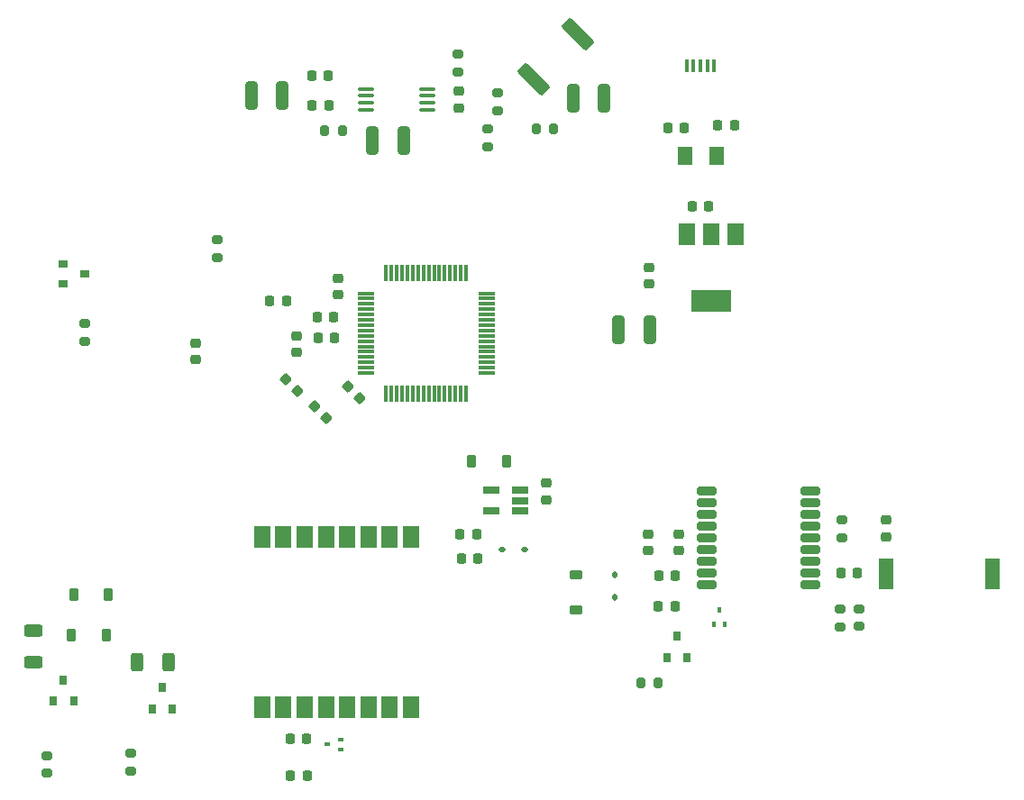
<source format=gtp>
%TF.GenerationSoftware,KiCad,Pcbnew,7.0.7*%
%TF.CreationDate,2023-10-20T22:51:04+03:00*%
%TF.ProjectId,picoballoon,7069636f-6261-46c6-9c6f-6f6e2e6b6963,rev?*%
%TF.SameCoordinates,Original*%
%TF.FileFunction,Paste,Top*%
%TF.FilePolarity,Positive*%
%FSLAX46Y46*%
G04 Gerber Fmt 4.6, Leading zero omitted, Abs format (unit mm)*
G04 Created by KiCad (PCBNEW 7.0.7) date 2023-10-20 22:51:04*
%MOMM*%
%LPD*%
G01*
G04 APERTURE LIST*
G04 Aperture macros list*
%AMRoundRect*
0 Rectangle with rounded corners*
0 $1 Rounding radius*
0 $2 $3 $4 $5 $6 $7 $8 $9 X,Y pos of 4 corners*
0 Add a 4 corners polygon primitive as box body*
4,1,4,$2,$3,$4,$5,$6,$7,$8,$9,$2,$3,0*
0 Add four circle primitives for the rounded corners*
1,1,$1+$1,$2,$3*
1,1,$1+$1,$4,$5*
1,1,$1+$1,$6,$7*
1,1,$1+$1,$8,$9*
0 Add four rect primitives between the rounded corners*
20,1,$1+$1,$2,$3,$4,$5,0*
20,1,$1+$1,$4,$5,$6,$7,0*
20,1,$1+$1,$6,$7,$8,$9,0*
20,1,$1+$1,$8,$9,$2,$3,0*%
G04 Aperture macros list end*
%ADD10RoundRect,0.112500X0.187500X0.112500X-0.187500X0.112500X-0.187500X-0.112500X0.187500X-0.112500X0*%
%ADD11RoundRect,0.225000X0.250000X-0.225000X0.250000X0.225000X-0.250000X0.225000X-0.250000X-0.225000X0*%
%ADD12RoundRect,0.225000X0.335876X0.017678X0.017678X0.335876X-0.335876X-0.017678X-0.017678X-0.335876X0*%
%ADD13RoundRect,0.200000X0.275000X-0.200000X0.275000X0.200000X-0.275000X0.200000X-0.275000X-0.200000X0*%
%ADD14RoundRect,0.075000X-0.700000X-0.075000X0.700000X-0.075000X0.700000X0.075000X-0.700000X0.075000X0*%
%ADD15RoundRect,0.075000X-0.075000X-0.700000X0.075000X-0.700000X0.075000X0.700000X-0.075000X0.700000X0*%
%ADD16RoundRect,0.250000X-0.312500X-1.075000X0.312500X-1.075000X0.312500X1.075000X-0.312500X1.075000X0*%
%ADD17RoundRect,0.225000X0.225000X0.250000X-0.225000X0.250000X-0.225000X-0.250000X0.225000X-0.250000X0*%
%ADD18RoundRect,0.225000X-0.375000X0.225000X-0.375000X-0.225000X0.375000X-0.225000X0.375000X0.225000X0*%
%ADD19RoundRect,0.200000X-0.200000X-0.275000X0.200000X-0.275000X0.200000X0.275000X-0.200000X0.275000X0*%
%ADD20R,0.800000X0.900000*%
%ADD21RoundRect,0.250000X0.312500X1.075000X-0.312500X1.075000X-0.312500X-1.075000X0.312500X-1.075000X0*%
%ADD22R,1.500000X2.000000*%
%ADD23RoundRect,0.225000X-0.225000X-0.375000X0.225000X-0.375000X0.225000X0.375000X-0.225000X0.375000X0*%
%ADD24RoundRect,0.200000X-0.275000X0.200000X-0.275000X-0.200000X0.275000X-0.200000X0.275000X0.200000X0*%
%ADD25RoundRect,0.225000X-0.225000X-0.250000X0.225000X-0.250000X0.225000X0.250000X-0.225000X0.250000X0*%
%ADD26RoundRect,0.112500X-0.112500X0.187500X-0.112500X-0.187500X0.112500X-0.187500X0.112500X0.187500X0*%
%ADD27RoundRect,0.218750X-0.218750X-0.256250X0.218750X-0.256250X0.218750X0.256250X-0.218750X0.256250X0*%
%ADD28R,0.450000X1.300000*%
%ADD29R,0.510000X0.400000*%
%ADD30RoundRect,0.218750X0.256250X-0.218750X0.256250X0.218750X-0.256250X0.218750X-0.256250X-0.218750X0*%
%ADD31RoundRect,0.200000X-0.700000X-0.200000X0.700000X-0.200000X0.700000X0.200000X-0.700000X0.200000X0*%
%ADD32RoundRect,0.225000X0.225000X0.375000X-0.225000X0.375000X-0.225000X-0.375000X0.225000X-0.375000X0*%
%ADD33RoundRect,0.250001X0.462499X0.624999X-0.462499X0.624999X-0.462499X-0.624999X0.462499X-0.624999X0*%
%ADD34RoundRect,0.100000X-0.637500X-0.100000X0.637500X-0.100000X0.637500X0.100000X-0.637500X0.100000X0*%
%ADD35RoundRect,0.250000X-0.312500X-0.625000X0.312500X-0.625000X0.312500X0.625000X-0.312500X0.625000X0*%
%ADD36R,3.800000X2.000000*%
%ADD37R,0.900000X0.800000*%
%ADD38R,1.400000X3.000000*%
%ADD39R,0.400000X0.510000*%
%ADD40RoundRect,0.250000X-0.751301X1.263953X-1.263953X0.751301X0.751301X-1.263953X1.263953X-0.751301X0*%
%ADD41R,1.560000X0.650000*%
%ADD42RoundRect,0.250000X-0.625000X0.312500X-0.625000X-0.312500X0.625000X-0.312500X0.625000X0.312500X0*%
G04 APERTURE END LIST*
D10*
%TO.C,D6*%
X154567600Y-94030800D03*
X152467600Y-94030800D03*
%TD*%
D11*
%TO.C,C22*%
X156591000Y-89370200D03*
X156591000Y-87820200D03*
%TD*%
D12*
%TO.C,C15*%
X139079608Y-79846808D03*
X137983592Y-78750792D03*
%TD*%
D13*
%TO.C,R16*%
X125653800Y-66585600D03*
X125653800Y-64935600D03*
%TD*%
D14*
%TO.C,U4*%
X139638400Y-69960800D03*
X139638400Y-70460800D03*
X139638400Y-70960800D03*
X139638400Y-71460800D03*
X139638400Y-71960800D03*
X139638400Y-72460800D03*
X139638400Y-72960800D03*
X139638400Y-73460800D03*
X139638400Y-73960800D03*
X139638400Y-74460800D03*
X139638400Y-74960800D03*
X139638400Y-75460800D03*
X139638400Y-75960800D03*
X139638400Y-76460800D03*
X139638400Y-76960800D03*
X139638400Y-77460800D03*
D15*
X141563400Y-79385800D03*
X142063400Y-79385800D03*
X142563400Y-79385800D03*
X143063400Y-79385800D03*
X143563400Y-79385800D03*
X144063400Y-79385800D03*
X144563400Y-79385800D03*
X145063400Y-79385800D03*
X145563400Y-79385800D03*
X146063400Y-79385800D03*
X146563400Y-79385800D03*
X147063400Y-79385800D03*
X147563400Y-79385800D03*
X148063400Y-79385800D03*
X148563400Y-79385800D03*
X149063400Y-79385800D03*
D14*
X150988400Y-77460800D03*
X150988400Y-76960800D03*
X150988400Y-76460800D03*
X150988400Y-75960800D03*
X150988400Y-75460800D03*
X150988400Y-74960800D03*
X150988400Y-74460800D03*
X150988400Y-73960800D03*
X150988400Y-73460800D03*
X150988400Y-72960800D03*
X150988400Y-72460800D03*
X150988400Y-71960800D03*
X150988400Y-71460800D03*
X150988400Y-70960800D03*
X150988400Y-70460800D03*
X150988400Y-69960800D03*
D15*
X149063400Y-68035800D03*
X148563400Y-68035800D03*
X148063400Y-68035800D03*
X147563400Y-68035800D03*
X147063400Y-68035800D03*
X146563400Y-68035800D03*
X146063400Y-68035800D03*
X145563400Y-68035800D03*
X145063400Y-68035800D03*
X144563400Y-68035800D03*
X144063400Y-68035800D03*
X143563400Y-68035800D03*
X143063400Y-68035800D03*
X142563400Y-68035800D03*
X142063400Y-68035800D03*
X141563400Y-68035800D03*
%TD*%
D16*
%TO.C,R1*%
X128890300Y-51384200D03*
X131815300Y-51384200D03*
%TD*%
D17*
%TO.C,C20*%
X132194600Y-70688200D03*
X130644600Y-70688200D03*
%TD*%
D11*
%TO.C,C16*%
X133146800Y-75501800D03*
X133146800Y-73951800D03*
%TD*%
%TO.C,C30*%
X123698000Y-76213000D03*
X123698000Y-74663000D03*
%TD*%
D18*
%TO.C,D1*%
X159385000Y-96444800D03*
X159385000Y-99744800D03*
%TD*%
D19*
%TO.C,R4*%
X135776200Y-54711600D03*
X137426200Y-54711600D03*
%TD*%
D20*
%TO.C,Q5*%
X167910600Y-104202200D03*
X169810600Y-104202200D03*
X168860600Y-102202200D03*
%TD*%
D21*
%TO.C,R10*%
X166308500Y-73406000D03*
X163383500Y-73406000D03*
%TD*%
D17*
%TO.C,C24*%
X185839400Y-96266000D03*
X184289400Y-96266000D03*
%TD*%
D22*
%TO.C,U7*%
X129906000Y-108838000D03*
X131906000Y-108838000D03*
X133906000Y-108838000D03*
X135906000Y-108838000D03*
X137906000Y-108838000D03*
X139906000Y-108838000D03*
X141906000Y-108838000D03*
X143906000Y-108838000D03*
X143906000Y-92838000D03*
X141906000Y-92838000D03*
X139906000Y-92838000D03*
X137906000Y-92838000D03*
X135906000Y-92838000D03*
X133906000Y-92838000D03*
X131906000Y-92838000D03*
X129906000Y-92838000D03*
%TD*%
D23*
%TO.C,D7*%
X149556200Y-85775800D03*
X152856200Y-85775800D03*
%TD*%
D17*
%TO.C,C28*%
X168695800Y-96471200D03*
X167145800Y-96471200D03*
%TD*%
D24*
%TO.C,C25*%
X184226200Y-99657400D03*
X184226200Y-101307400D03*
%TD*%
D20*
%TO.C,Q1*%
X110302000Y-108289600D03*
X112202000Y-108289600D03*
X111252000Y-106289600D03*
%TD*%
D25*
%TO.C,C10*%
X170325200Y-61747400D03*
X171875200Y-61747400D03*
%TD*%
D17*
%TO.C,C21*%
X150203200Y-94919800D03*
X148653200Y-94919800D03*
%TD*%
D26*
%TO.C,D2*%
X163042600Y-96435200D03*
X163042600Y-98535200D03*
%TD*%
D12*
%TO.C,C2*%
X135904608Y-81701008D03*
X134808592Y-80604992D03*
%TD*%
D27*
%TO.C,L1*%
X134619900Y-52324000D03*
X136194900Y-52324000D03*
%TD*%
D28*
%TO.C,J3*%
X172374000Y-48603600D03*
X171724000Y-48603600D03*
X171074000Y-48603600D03*
X170424000Y-48603600D03*
X169774000Y-48603600D03*
%TD*%
D29*
%TO.C,Q4*%
X137297000Y-112869600D03*
X137297000Y-111869600D03*
X136007000Y-112369600D03*
%TD*%
D25*
%TO.C,C7*%
X172725800Y-54127400D03*
X174275800Y-54127400D03*
%TD*%
D13*
%TO.C,R12*%
X148336000Y-49161200D03*
X148336000Y-47511200D03*
%TD*%
D17*
%TO.C,C19*%
X136639600Y-72186800D03*
X135089600Y-72186800D03*
%TD*%
D25*
%TO.C,C27*%
X132575000Y-115316000D03*
X134125000Y-115316000D03*
%TD*%
D30*
%TO.C,L4*%
X188518800Y-92837100D03*
X188518800Y-91262100D03*
%TD*%
D11*
%TO.C,C18*%
X137058400Y-70091600D03*
X137058400Y-68541600D03*
%TD*%
%TO.C,C8*%
X169037000Y-94120000D03*
X169037000Y-92570000D03*
%TD*%
D24*
%TO.C,R6*%
X117602000Y-113195600D03*
X117602000Y-114845600D03*
%TD*%
D13*
%TO.C,R13*%
X152019000Y-52793400D03*
X152019000Y-51143400D03*
%TD*%
D21*
%TO.C,R8*%
X143194500Y-55626000D03*
X140269500Y-55626000D03*
%TD*%
D11*
%TO.C,C11*%
X166274200Y-69101000D03*
X166274200Y-67551000D03*
%TD*%
D13*
%TO.C,R24*%
X113284000Y-74485000D03*
X113284000Y-72835000D03*
%TD*%
D31*
%TO.C,U8*%
X171706800Y-88566000D03*
X171706800Y-89666000D03*
X171706800Y-90766000D03*
X171706800Y-91866000D03*
X171706800Y-92966000D03*
X171706800Y-94066000D03*
X171706800Y-95166000D03*
X171706800Y-96266000D03*
X171706800Y-97366000D03*
X181406800Y-97366000D03*
X181406800Y-96266000D03*
X181406800Y-95166000D03*
X181406800Y-94066000D03*
X181406800Y-92966000D03*
X181406800Y-91866000D03*
X181406800Y-90766000D03*
X181406800Y-89666000D03*
X181406800Y-88566000D03*
%TD*%
D32*
%TO.C,D3*%
X115315000Y-102108000D03*
X112015000Y-102108000D03*
%TD*%
D11*
%TO.C,C5*%
X166166800Y-94145400D03*
X166166800Y-92595400D03*
%TD*%
D19*
%TO.C,R22*%
X165470200Y-106605800D03*
X167120200Y-106605800D03*
%TD*%
D33*
%TO.C,L2*%
X172638500Y-57023000D03*
X169663500Y-57023000D03*
%TD*%
D34*
%TO.C,U1*%
X139656900Y-50739400D03*
X139656900Y-51389400D03*
X139656900Y-52039400D03*
X139656900Y-52689400D03*
X145381900Y-52689400D03*
X145381900Y-52039400D03*
X145381900Y-51389400D03*
X145381900Y-50739400D03*
%TD*%
D35*
%TO.C,R9*%
X118171500Y-104648000D03*
X121096500Y-104648000D03*
%TD*%
D24*
%TO.C,C23*%
X185953400Y-99632000D03*
X185953400Y-101282000D03*
%TD*%
D17*
%TO.C,C26*%
X134099600Y-111861600D03*
X132549600Y-111861600D03*
%TD*%
D24*
%TO.C,R5*%
X109677200Y-113424200D03*
X109677200Y-115074200D03*
%TD*%
D12*
%TO.C,C1*%
X133237608Y-79161008D03*
X132141592Y-78064992D03*
%TD*%
D22*
%TO.C,U2*%
X174390800Y-64414000D03*
X172090800Y-64414000D03*
D36*
X172090800Y-70714000D03*
D22*
X169790800Y-64414000D03*
%TD*%
D19*
%TO.C,R17*%
X155664400Y-54533800D03*
X157314400Y-54533800D03*
%TD*%
D23*
%TO.C,D4*%
X112192800Y-98298000D03*
X115492800Y-98298000D03*
%TD*%
D20*
%TO.C,Q2*%
X119573000Y-109026200D03*
X121473000Y-109026200D03*
X120523000Y-107026200D03*
%TD*%
D37*
%TO.C,Q6*%
X111252000Y-67188000D03*
X111252000Y-69088000D03*
X113252000Y-68138000D03*
%TD*%
D24*
%TO.C,R20*%
X184404000Y-91275400D03*
X184404000Y-92925400D03*
%TD*%
D38*
%TO.C,U6*%
X188522600Y-96316800D03*
X198522600Y-96316800D03*
%TD*%
D39*
%TO.C,Q3*%
X172381800Y-101043200D03*
X173381800Y-101043200D03*
X172881800Y-99753200D03*
%TD*%
D17*
%TO.C,C17*%
X136715800Y-74168000D03*
X135165800Y-74168000D03*
%TD*%
D25*
%TO.C,C6*%
X167988400Y-54381400D03*
X169538400Y-54381400D03*
%TD*%
D40*
%TO.C,R14*%
X159574804Y-45657196D03*
X155385196Y-49846804D03*
%TD*%
D27*
%TO.C,L3*%
X148488300Y-92583000D03*
X150063300Y-92583000D03*
%TD*%
D24*
%TO.C,R15*%
X151053800Y-54521600D03*
X151053800Y-56171600D03*
%TD*%
D17*
%TO.C,C4*%
X136106200Y-49530000D03*
X134556200Y-49530000D03*
%TD*%
D11*
%TO.C,C12*%
X148361400Y-52540200D03*
X148361400Y-50990200D03*
%TD*%
D41*
%TO.C,U5*%
X154105600Y-90383400D03*
X154105600Y-89433400D03*
X154105600Y-88483400D03*
X151405600Y-88483400D03*
X151405600Y-90383400D03*
%TD*%
D16*
%TO.C,R18*%
X159116300Y-51612800D03*
X162041300Y-51612800D03*
%TD*%
D17*
%TO.C,C29*%
X168670400Y-99417600D03*
X167120400Y-99417600D03*
%TD*%
D42*
%TO.C,R7*%
X108458000Y-101661500D03*
X108458000Y-104586500D03*
%TD*%
M02*

</source>
